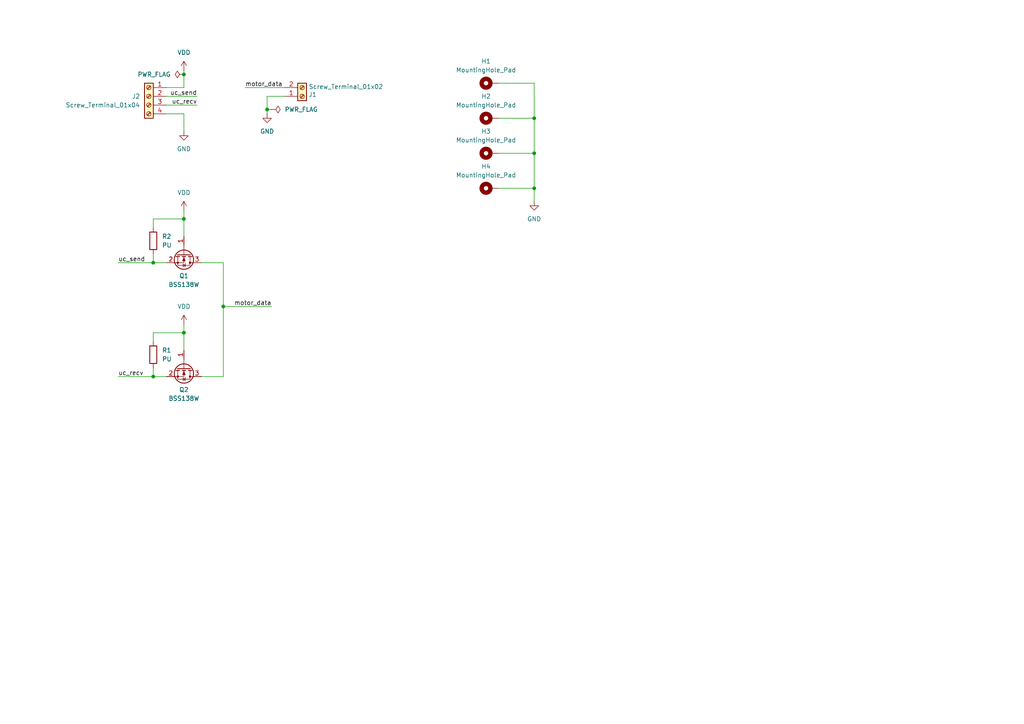
<source format=kicad_sch>
(kicad_sch (version 20231120) (generator "eeschema") (generator_version "8.0")
  (paper "A4")
  (lib_symbols
    (symbol "BSS138W:BSS138W" (pin_names (offset 0) hide)
      (property "Reference" "Q" (at 5.08 1.27 0))
      (property "Value" "BSS138W" (at 5.08 -1.27 0))
      (symbol "BSS138W_0_1"
        (polyline (pts (xy 0.254 0) (xy -2.54 0)))
        (polyline (pts (xy 0.254 1.905) (xy 0.254 -1.905)) (stroke (width 0.254)))
        (polyline (pts (xy 0.762 -1.27) (xy 0.762 -2.286)) (stroke (width 0.254)))
        (polyline (pts (xy 0.762 0.508) (xy 0.762 -0.508)) (stroke (width 0.254)))
        (polyline (pts (xy 0.762 2.286) (xy 0.762 1.27)) (stroke (width 0.254)))
        (polyline (pts (xy 2.54 2.54) (xy 2.54 1.778)))
        (polyline (pts (xy 2.54 -2.54) (xy 2.54 0) (xy 0.762 0)))
        (polyline (pts (xy 0.762 -1.778) (xy 3.302 -1.778) (xy 3.302 1.778) (xy 0.762 1.778)))
        (polyline (pts (xy 1.016 0) (xy 2.032 0.381) (xy 2.032 -0.381) (xy 1.016 0)) (fill (type outline)))
        (polyline (pts (xy 2.794 0.508) (xy 2.921 0.381) (xy 3.683 0.381) (xy 3.81 0.254)))
        (polyline (pts (xy 3.302 0.381) (xy 2.921 -0.254) (xy 3.683 -0.254) (xy 3.302 0.381)))
        (circle (center 1.651 0) (radius 2.794) (stroke (width 0.254)))
        (circle (center 2.54 -1.778) (radius 0.254) (fill (type outline)))
        (circle (center 2.54 1.778) (radius 0.254) (fill (type outline)))
      )
      (symbol "BSS138W_1_1"
        (pin input line (at -5.08 0 0) (length 2.54) (name "G") (number "1"))
        (pin passive line (at 2.54 -5.08 90) (length 2.54) (name "S") (number "2"))
        (pin passive line (at 2.54 5.08 270) (length 2.54) (name "D") (number "3"))
      )
    )
    (symbol "Connector:Screw_Terminal_01x02" (pin_names (offset 1.016) hide)
      (property "Reference" "J" (at 0 2.54 0))
      (property "Value" "Screw_Terminal_01x02" (at 0 -5.08 0))
      (symbol "Screw_Terminal_01x02_1_1"
        (rectangle (start -1.27 1.27) (end 1.27 -3.81) (stroke (width 0.254)) (fill (type background)))
        (circle (center 0 -2.54) (radius 0.635) (stroke (width 0.1524)))
        (polyline (pts (xy -0.5334 -2.2098) (xy 0.3302 -3.048)) (stroke (width 0.1524)))
        (polyline (pts (xy -0.5334 0.3302) (xy 0.3302 -0.508)) (stroke (width 0.1524)))
        (polyline (pts (xy -0.3556 -2.032) (xy 0.508 -2.8702)) (stroke (width 0.1524)))
        (polyline (pts (xy -0.3556 0.508) (xy 0.508 -0.3302)) (stroke (width 0.1524)))
        (circle (center 0 0) (radius 0.635) (stroke (width 0.1524)))
        (pin passive line (at -5.08 0 0) (length 3.81) (name "Pin_1") (number "1"))
        (pin passive line (at -5.08 -2.54 0) (length 3.81) (name "Pin_2") (number "2"))
      )
    )
    (symbol "Connector:Screw_Terminal_01x04" (pin_names (offset 1.016) hide)
      (property "Reference" "J" (at 0 5.08 0))
      (property "Value" "Screw_Terminal_01x04" (at 0 -7.62 0))
      (symbol "Screw_Terminal_01x04_1_1"
        (rectangle (start -1.27 3.81) (end 1.27 -6.35) (stroke (width 0.254)) (fill (type background)))
        (circle (center 0 -5.08) (radius 0.635) (stroke (width 0.1524)))
        (circle (center 0 -2.54) (radius 0.635) (stroke (width 0.1524)))
        (polyline (pts (xy -0.5334 -4.7498) (xy 0.3302 -5.588)) (stroke (width 0.1524)))
        (polyline (pts (xy -0.5334 -2.2098) (xy 0.3302 -3.048)) (stroke (width 0.1524)))
        (polyline (pts (xy -0.5334 0.3302) (xy 0.3302 -0.508)) (stroke (width 0.1524)))
        (polyline (pts (xy -0.5334 2.8702) (xy 0.3302 2.032)) (stroke (width 0.1524)))
        (polyline (pts (xy -0.3556 -4.572) (xy 0.508 -5.4102)) (stroke (width 0.1524)))
        (polyline (pts (xy -0.3556 -2.032) (xy 0.508 -2.8702)) (stroke (width 0.1524)))
        (polyline (pts (xy -0.3556 0.508) (xy 0.508 -0.3302)) (stroke (width 0.1524)))
        (polyline (pts (xy -0.3556 3.048) (xy 0.508 2.2098)) (stroke (width 0.1524)))
        (circle (center 0 0) (radius 0.635) (stroke (width 0.1524)))
        (circle (center 0 2.54) (radius 0.635) (stroke (width 0.1524)))
        (pin passive line (at -5.08 2.54 0) (length 3.81) (name "Pin_1") (number "1"))
        (pin passive line (at -5.08 0 0) (length 3.81) (name "Pin_2") (number "2"))
        (pin passive line (at -5.08 -2.54 0) (length 3.81) (name "Pin_3") (number "3"))
        (pin passive line (at -5.08 -5.08 0) (length 3.81) (name "Pin_4") (number "4"))
      )
    )
    (symbol "Device:R" (pin_numbers hide) (pin_names (offset 0))
      (property "Reference" "R" (at 2.032 0 90))
      (property "Value" "R" (at 0 0 90))
      (symbol "R_0_1"
        (rectangle (start -1.016 -2.54) (end 1.016 2.54) (stroke (width 0.254)))
      )
      (symbol "R_1_1"
        (pin passive line (at 0 3.81 270) (length 1.27) (name "~") (number "1"))
        (pin passive line (at 0 -3.81 90) (length 1.27) (name "~") (number "2"))
      )
    )
    (symbol "Mechanical:MountingHole_Pad" (pin_numbers hide) (pin_names (offset 1.016) hide) (exclude_from_sim yes) (in_bom no)
      (property "Reference" "H" (at 0 6.35 0))
      (property "Value" "MountingHole_Pad" (at 0 4.445 0))
      (symbol "MountingHole_Pad_0_1"
        (circle (center 0 1.27) (radius 1.27) (stroke (width 1.27)))
      )
      (symbol "MountingHole_Pad_1_1"
        (pin input line (at 0 -2.54 90) (length 2.54) (name "1") (number "1"))
      )
    )
    (symbol "power:GND" (power) (pin_numbers hide) (pin_names (offset 0) hide)
      (property "Value" "GND" (at 0 -3.81 0))
      (symbol "GND_0_1"
        (polyline (pts (xy 0 0) (xy 0 -1.27) (xy 1.27 -1.27) (xy 0 -2.54) (xy -1.27 -1.27) (xy 0 -1.27)))
      )
      (symbol "GND_1_1"
        (pin power_in line (at 0 0 270) (length 0) (name "~") (number "1"))
      )
    )
    (symbol "power:PWR_FLAG" (power) (pin_numbers hide) (pin_names (offset 0) hide)
      (property "Value" "PWR_FLAG" (at 0 3.81 0))
      (symbol "PWR_FLAG_0_0"
        (pin power_out line (at 0 0 90) (length 0) (name "~") (number "1"))
      )
      (symbol "PWR_FLAG_0_1"
        (polyline (pts (xy 0 0) (xy 0 1.27) (xy -1.016 1.905) (xy 0 2.54) (xy 1.016 1.905) (xy 0 1.27)))
      )
    )
    (symbol "power:VDD" (power) (pin_numbers hide) (pin_names (offset 0) hide)
      (property "Value" "VDD" (at 0 3.556 0))
      (symbol "VDD_0_1"
        (polyline (pts (xy -0.762 1.27) (xy 0 2.54)))
        (polyline (pts (xy 0 0) (xy 0 2.54)))
        (polyline (pts (xy 0 2.54) (xy 0.762 1.27)))
      )
      (symbol "VDD_1_1"
        (pin power_in line (at 0 0 90) (length 0) (name "~") (number "1"))
      )
    )
  )
  (junction (at 44.45 109.22))
  (junction (at 154.94 34.29))
  (junction (at 64.77 88.9))
  (junction (at 53.34 21.59))
  (junction (at 154.94 54.61))
  (junction (at 44.45 76.2))
  (junction (at 53.34 63.5))
  (junction (at 77.47 31.75))
  (junction (at 154.94 44.45))
  (junction (at 53.34 96.52))
  (wire (pts (xy 44.45 63.5) (xy 44.45 66.04)))
  (wire (pts (xy 144.78 54.61) (xy 154.94 54.61)))
  (wire (pts (xy 64.77 88.9) (xy 64.77 109.22)))
  (wire (pts (xy 154.94 34.29) (xy 154.94 44.45)))
  (wire (pts (xy 71.12 25.4) (xy 82.55 25.4)))
  (wire (pts (xy 144.78 24.13) (xy 154.94 24.13)))
  (wire (pts (xy 44.45 96.52) (xy 53.34 96.52)))
  (wire (pts (xy 53.34 93.98) (xy 53.34 96.52)))
  (wire (pts (xy 82.55 27.94) (xy 77.47 27.94)))
  (wire (pts (xy 53.34 21.59) (xy 53.34 20.32)))
  (wire (pts (xy 154.94 44.45) (xy 154.94 54.61)))
  (wire (pts (xy 44.45 76.2) (xy 48.26 76.2)))
  (wire (pts (xy 34.29 76.2) (xy 44.45 76.2)))
  (wire (pts (xy 34.29 109.22) (xy 44.45 109.22)))
  (wire (pts (xy 44.45 106.68) (xy 44.45 109.22)))
  (wire (pts (xy 154.94 54.61) (xy 154.94 58.42)))
  (wire (pts (xy 77.47 31.75) (xy 78.74 31.75)))
  (wire (pts (xy 64.77 88.9) (xy 78.74 88.9)))
  (wire (pts (xy 77.47 31.75) (xy 77.47 33.02)))
  (wire (pts (xy 53.34 21.59) (xy 53.34 25.4)))
  (wire (pts (xy 53.34 60.96) (xy 53.34 63.5)))
  (wire (pts (xy 44.45 109.22) (xy 48.26 109.22)))
  (wire (pts (xy 48.26 33.02) (xy 53.34 33.02)))
  (wire (pts (xy 77.47 27.94) (xy 77.47 31.75)))
  (wire (pts (xy 48.26 27.94) (xy 57.15 27.94)))
  (wire (pts (xy 64.77 76.2) (xy 64.77 88.9)))
  (wire (pts (xy 53.34 33.02) (xy 53.34 38.1)))
  (wire (pts (xy 144.78 34.29) (xy 154.94 34.29)))
  (wire (pts (xy 64.77 109.22) (xy 58.42 109.22)))
  (wire (pts (xy 44.45 99.06) (xy 44.45 96.52)))
  (wire (pts (xy 53.34 63.5) (xy 53.34 68.58)))
  (wire (pts (xy 44.45 73.66) (xy 44.45 76.2)))
  (wire (pts (xy 144.78 44.45) (xy 154.94 44.45)))
  (wire (pts (xy 44.45 63.5) (xy 53.34 63.5)))
  (wire (pts (xy 154.94 24.13) (xy 154.94 34.29)))
  (wire (pts (xy 53.34 96.52) (xy 53.34 101.6)))
  (wire (pts (xy 48.26 25.4) (xy 53.34 25.4)))
  (wire (pts (xy 48.26 30.48) (xy 57.15 30.48)))
  (wire (pts (xy 58.42 76.2) (xy 64.77 76.2)))
  (label "uc_recv" (at 57.15 30.48 180))
  (label "motor_data" (at 78.74 88.9 180))
  (label "uc_send" (at 34.29 76.2 0))
  (label "uc_send" (at 57.15 27.94 180))
  (label "uc_recv" (at 34.29 109.22 0))
  (label "motor_data" (at 71.12 25.4 0))
  (symbol (lib_id "Mechanical:MountingHole_Pad") (at 142.24 54.61 90) (unit 1) (exclude_from_sim yes) (in_bom no)
    (property "Reference" "H4" (at 140.97 48.26 90))
    (property "Value" "MountingHole_Pad" (at 140.97 50.8 90))
    (property "Footprint" "MountingHole:MountingHole_2.2mm_M2_ISO14580_Pad" (effects (hide yes)))
    (property "Description" "Mounting Hole with connection" (effects (hide yes)))
  )
  (symbol (lib_id "Connector:Screw_Terminal_01x04") (at 43.18 27.94 0) (mirror y) (unit 1)
    (property "Reference" "J2" (at 40.64 27.9399 0) (effects (justify left)))
    (property "Value" "Screw_Terminal_01x04" (at 40.64 30.4799 0) (effects (justify left)))
    (property "Footprint" "TZ042101B000G:TZ042101B000G" (effects (hide yes)))
    (property "Description" "Generic screw terminal, single row, 01x04, script generated (kicad-library-utils/schlib/autogen/connector/)" (effects (hide yes)))
  )
  (symbol (lib_id "power:GND") (at 77.47 33.02 0) (mirror y) (unit 1)
    (property "Reference" "#PWR04" (effects (hide yes)))
    (property "Value" "GND" (at 77.47 38.1 0))
    (property "Description" "Power symbol creates a global label with name \"GND\" , ground" (effects (hide yes)))
  )
  (symbol (lib_id "BSS138W:BSS138W") (at 53.34 73.66 270) (unit 1)
    (property "Reference" "Q1" (at 53.34 80.01 90))
    (property "Value" "BSS138W" (at 53.34 82.55 90))
    (property "Footprint" "BSS138W:BSS138W" (effects (hide yes)))
    (property "Description" "N-MOSFET transistor, gate/source/drain" (effects (hide yes)))
  )
  (symbol (lib_id "Mechanical:MountingHole_Pad") (at 142.24 44.45 90) (unit 1) (exclude_from_sim yes) (in_bom no)
    (property "Reference" "H3" (at 140.97 38.1 90))
    (property "Value" "MountingHole_Pad" (at 140.97 40.64 90))
    (property "Footprint" "MountingHole:MountingHole_2.2mm_M2_ISO14580_Pad" (effects (hide yes)))
    (property "Description" "Mounting Hole with connection" (effects (hide yes)))
  )
  (symbol (lib_id "Connector:Screw_Terminal_01x02") (at 87.63 27.94 0) (mirror x) (unit 1)
    (property "Reference" "J1" (at 90.678 27.432 0))
    (property "Value" "Screw_Terminal_01x02" (at 100.33 25.146 0))
    (property "Footprint" "TZ022101B000G:TZ022101B000G" (effects (hide yes)))
    (property "Description" "Generic screw terminal, single row, 01x02, script generated (kicad-library-utils/schlib/autogen/connector/)" (effects (hide yes)))
  )
  (symbol (lib_id "power:PWR_FLAG") (at 78.74 31.75 270) (unit 1)
    (property "Reference" "#FLG01" (effects (hide yes)))
    (property "Value" "PWR_FLAG" (at 82.55 31.7499 90) (effects (justify left)))
    (property "Description" "Special symbol for telling ERC where power comes from" (effects (hide yes)))
  )
  (symbol (lib_id "power:GND") (at 53.34 38.1 0) (unit 1)
    (property "Reference" "#PWR03" (effects (hide yes)))
    (property "Value" "GND" (at 53.34 43.18 0))
    (property "Description" "Power symbol creates a global label with name \"GND\" , ground" (effects (hide yes)))
  )
  (symbol (lib_id "Mechanical:MountingHole_Pad") (at 142.24 34.29 90) (unit 1) (exclude_from_sim yes) (in_bom no)
    (property "Reference" "H2" (at 140.97 27.94 90))
    (property "Value" "MountingHole_Pad" (at 140.97 30.48 90))
    (property "Footprint" "MountingHole:MountingHole_2.2mm_M2_ISO14580_Pad" (effects (hide yes)))
    (property "Description" "Mounting Hole with connection" (effects (hide yes)))
  )
  (symbol (lib_id "power:VDD") (at 53.34 20.32 0) (unit 1)
    (property "Reference" "#PWR06" (effects (hide yes)))
    (property "Value" "VDD" (at 53.34 15.24 0))
    (property "Description" "Power symbol creates a global label with name \"VDD\"" (effects (hide yes)))
  )
  (symbol (lib_id "Device:R") (at 44.45 102.87 0) (unit 1)
    (property "Reference" "R1" (at 46.99 101.5999 0) (effects (justify left)))
    (property "Value" "PU" (at 46.99 104.1399 0) (effects (justify left)))
    (property "Footprint" "Resistor_SMD:R_0603_1608Metric" (effects (hide yes)))
    (property "Description" "Resistor" (effects (hide yes)))
  )
  (symbol (lib_id "power:GND") (at 154.94 58.42 0) (unit 1)
    (property "Reference" "#PWR05" (effects (hide yes)))
    (property "Value" "GND" (at 154.94 63.5 0))
    (property "Description" "Power symbol creates a global label with name \"GND\" , ground" (effects (hide yes)))
  )
  (symbol (lib_id "BSS138W:BSS138W") (at 53.34 106.68 270) (unit 1)
    (property "Reference" "Q2" (at 53.34 113.03 90))
    (property "Value" "BSS138W" (at 53.34 115.57 90))
    (property "Footprint" "BSS138W:BSS138W" (effects (hide yes)))
    (property "Description" "N-MOSFET transistor, gate/source/drain" (effects (hide yes)))
  )
  (symbol (lib_id "power:VDD") (at 53.34 60.96 0) (unit 1)
    (property "Reference" "#PWR01" (effects (hide yes)))
    (property "Value" "VDD" (at 53.34 55.88 0))
    (property "Description" "Power symbol creates a global label with name \"VDD\"" (effects (hide yes)))
  )
  (symbol (lib_id "power:VDD") (at 53.34 93.98 0) (unit 1)
    (property "Reference" "#PWR02" (effects (hide yes)))
    (property "Value" "VDD" (at 53.34 88.9 0))
    (property "Description" "Power symbol creates a global label with name \"VDD\"" (effects (hide yes)))
  )
  (symbol (lib_id "Mechanical:MountingHole_Pad") (at 142.24 24.13 90) (unit 1) (exclude_from_sim yes) (in_bom no)
    (property "Reference" "H1" (at 140.97 17.78 90))
    (property "Value" "MountingHole_Pad" (at 140.97 20.32 90))
    (property "Footprint" "MountingHole:MountingHole_2.2mm_M2_ISO14580_Pad" (effects (hide yes)))
    (property "Description" "Mounting Hole with connection" (effects (hide yes)))
  )
  (symbol (lib_id "power:PWR_FLAG") (at 53.34 21.59 90) (unit 1)
    (property "Reference" "#FLG02" (effects (hide yes)))
    (property "Value" "PWR_FLAG" (at 49.53 21.5899 90) (effects (justify left)))
    (property "Description" "Special symbol for telling ERC where power comes from" (effects (hide yes)))
  )
  (symbol (lib_id "Device:R") (at 44.45 69.85 0) (unit 1)
    (property "Reference" "R2" (at 46.99 68.5799 0) (effects (justify left)))
    (property "Value" "PU" (at 46.99 71.1199 0) (effects (justify left)))
    (property "Footprint" "Resistor_SMD:R_0603_1608Metric" (effects (hide yes)))
    (property "Description" "Resistor" (effects (hide yes)))
  )
)
</source>
